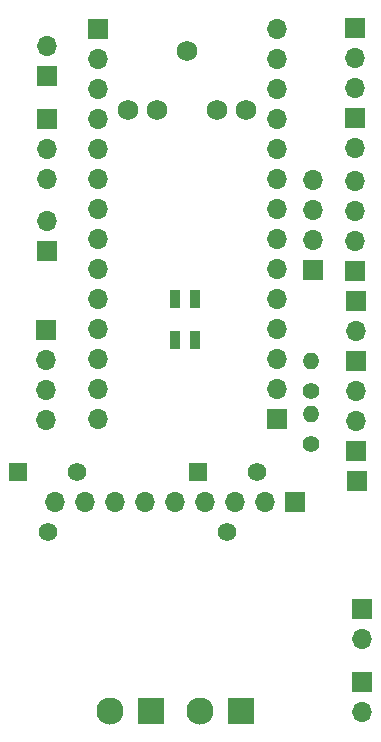
<source format=gbr>
%TF.GenerationSoftware,KiCad,Pcbnew,(6.0.9-0)*%
%TF.CreationDate,2023-02-07T22:14:43+01:00*%
%TF.ProjectId,SHOE_SHIELD,53484f45-5f53-4484-9945-4c442e6b6963,rev?*%
%TF.SameCoordinates,Original*%
%TF.FileFunction,Soldermask,Bot*%
%TF.FilePolarity,Negative*%
%FSLAX46Y46*%
G04 Gerber Fmt 4.6, Leading zero omitted, Abs format (unit mm)*
G04 Created by KiCad (PCBNEW (6.0.9-0)) date 2023-02-07 22:14:43*
%MOMM*%
%LPD*%
G01*
G04 APERTURE LIST*
%ADD10C,1.400000*%
%ADD11O,1.400000X1.400000*%
%ADD12R,1.700000X1.700000*%
%ADD13O,1.700000X1.700000*%
%ADD14R,1.560000X1.560000*%
%ADD15C,1.560000*%
%ADD16R,0.850000X1.600000*%
%ADD17C,1.750000*%
%ADD18R,2.300000X2.300000*%
%ADD19C,2.300000*%
G04 APERTURE END LIST*
D10*
%TO.C,R1*%
X181920000Y-71620000D03*
D11*
X181920000Y-69080000D03*
%TD*%
D12*
%TO.C,J1*%
X186278000Y-90141000D03*
D13*
X186278000Y-92681000D03*
%TD*%
D12*
%TO.C,J13*%
X159550000Y-44975000D03*
D13*
X159550000Y-42435000D03*
%TD*%
D12*
%TO.C,J12*%
X185674000Y-48514000D03*
D13*
X185674000Y-51054000D03*
%TD*%
D12*
%TO.C,J14*%
X185674000Y-61468000D03*
D13*
X185674000Y-58928000D03*
X185674000Y-56388000D03*
X185674000Y-53848000D03*
%TD*%
D12*
%TO.C,J15*%
X182050000Y-61410000D03*
D13*
X182050000Y-58870000D03*
X182050000Y-56330000D03*
X182050000Y-53790000D03*
%TD*%
D12*
%TO.C,J10*%
X185620000Y-40900000D03*
D13*
X185620000Y-43440000D03*
X185620000Y-45980000D03*
%TD*%
D12*
%TO.C,J19*%
X159530000Y-59815000D03*
D13*
X159530000Y-57275000D03*
%TD*%
D12*
%TO.C,J6*%
X185760000Y-69088000D03*
D13*
X185760000Y-71628000D03*
%TD*%
D12*
%TO.C,J9*%
X185760000Y-76708000D03*
D13*
X185760000Y-74168000D03*
%TD*%
D12*
%TO.C,J11*%
X159540000Y-48620000D03*
D13*
X159540000Y-51160000D03*
X159540000Y-53700000D03*
%TD*%
D14*
%TO.C,RV1*%
X172348000Y-78546000D03*
D15*
X174848000Y-83546000D03*
X177348000Y-78546000D03*
%TD*%
D12*
%TO.C,J20*%
X159512000Y-66460000D03*
D13*
X159512000Y-69000000D03*
X159512000Y-71540000D03*
X159512000Y-74080000D03*
%TD*%
D10*
%TO.C,R2*%
X181930000Y-76150000D03*
D11*
X181930000Y-73610000D03*
%TD*%
D12*
%TO.C,J2*%
X186278000Y-96282000D03*
D13*
X186278000Y-98822000D03*
%TD*%
D12*
%TO.C,J4*%
X179060000Y-74060000D03*
D13*
X179060000Y-71520000D03*
X179060000Y-68980000D03*
X179060000Y-66440000D03*
X179060000Y-63900000D03*
X179060000Y-61360000D03*
X179060000Y-58820000D03*
X179060000Y-56280000D03*
X179060000Y-53740000D03*
X179060000Y-51200000D03*
X179060000Y-48660000D03*
X179060000Y-46120000D03*
X179060000Y-43580000D03*
X179060000Y-41040000D03*
%TD*%
D12*
%TO.C,J17*%
X185720000Y-64008000D03*
D13*
X185720000Y-66548000D03*
%TD*%
D14*
%TO.C,RV2*%
X157136500Y-78546000D03*
D15*
X159636500Y-83546000D03*
X162136500Y-78546000D03*
%TD*%
D12*
%TO.C,J3*%
X163860000Y-41010000D03*
D13*
X163860000Y-43550000D03*
X163860000Y-46090000D03*
X163860000Y-48630000D03*
X163860000Y-51170000D03*
X163860000Y-53710000D03*
X163860000Y-56250000D03*
X163860000Y-58790000D03*
X163860000Y-61330000D03*
X163860000Y-63870000D03*
X163860000Y-66410000D03*
X163860000Y-68950000D03*
X163860000Y-71490000D03*
X163860000Y-74030000D03*
%TD*%
D12*
%TO.C,J18*%
X185790000Y-79248000D03*
%TD*%
D16*
%TO.C,D1*%
X170365000Y-63840000D03*
X172115000Y-63840000D03*
X172115000Y-67340000D03*
X170365000Y-67340000D03*
%TD*%
D17*
%TO.C,J16*%
X166420000Y-47830000D03*
X168920000Y-47830000D03*
X171420000Y-42830000D03*
X176420000Y-47830000D03*
X173920000Y-47830000D03*
%TD*%
D12*
%TO.C,J7*%
X180594000Y-81026000D03*
D13*
X178054000Y-81026000D03*
X175514000Y-81026000D03*
X172974000Y-81026000D03*
X170434000Y-81026000D03*
X167894000Y-81026000D03*
X165354000Y-81026000D03*
X162814000Y-81026000D03*
X160274000Y-81026000D03*
%TD*%
D18*
%TO.C,J5*%
X168364000Y-98721000D03*
D19*
X164864000Y-98721000D03*
%TD*%
D18*
%TO.C,J8*%
X176014000Y-98721000D03*
D19*
X172514000Y-98721000D03*
%TD*%
M02*

</source>
